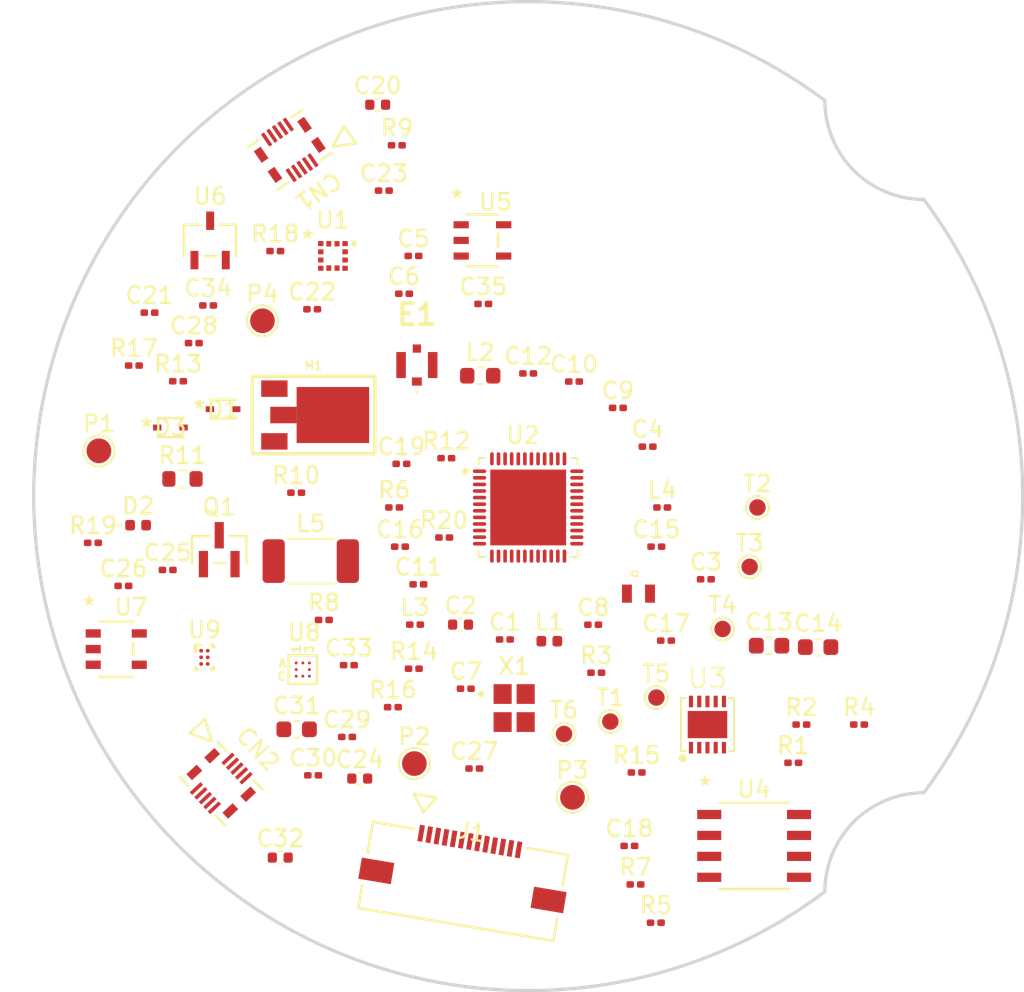
<source format=kicad_pcb>
(kicad_pcb (version 20240108) (generator "pcbnew") (generator_version "8.0")
  (layers (0 "F.Cu" signal) (31 "B.Cu" signal) (34 "B.Paste" user) (35 "F.Paste" user) (36 "B.SilkS" user "B.Silkscreen") (37 "F.SilkS" user "F.Silkscreen") (38 "B.Mask" user) (39 "F.Mask" user) (44 "Edge.Cuts" user))
  (net 0 "")
  (net 1 "Net-(U2-DEC4)")
  (net 2 "GND")
  (net 3 "3V3")
  (net 4 "Net-(U2-XC2)")
  (net 5 "Net-(U1-IO_VDD)")
  (net 6 "Net-(U2-P0.00{slash}XL1)")
  (net 7 "Net-(U2-XC1)")
  (net 8 "Net-(U2-DEC1)")
  (net 9 "Net-(U2-P0.01{slash}XL2)")
  (net 10 "Net-(U2-DEC3)")
  (net 11 "Net-(U2-DEC2)")
  (net 12 "Net-(U3-VREG)")
  (net 13 "Net-(C15-Pad1)")
  (net 14 "Net-(C15-Pad2)")
  (net 15 "Net-(U2-ANT)")
  (net 16 "VBAT")
  (net 17 "Net-(U5-CE)")
  (net 18 "Net-(D1-CATHODE)")
  (net 19 "Net-(D3-CATHODE)")
  (net 20 "Net-(D3-ANODE)")
  (net 21 "Net-(J1-VPP)")
  (net 22 "Net-(J1-VCOMH)")
  (net 23 "POWER_UP")
  (net 24 "BAT_P")
  (net 25 "RX2")
  (net 26 "RX3")
  (net 27 "TX0")
  (net 28 "RX1")
  (net 34 "SCL")
  (net 35 "HR_EN2")
  (net 36 "HR_INT")
  (net 37 "SDA")
  (net 38 "VUSB")
  (net 40 "Net-(J1-IREF)")
  (net 41 "SPI_CLK")
  (net 43 "OLED_CS")
  (net 44 "OLED_RES")
  (net 45 "OLED_A0")
  (net 46 "MOSI")
  (net 47 "Net-(L1-Pad2)")
  (net 48 "Net-(U2-DCC)")
  (net 49 "Net-(U9-SW)")
  (net 50 "Net-(Q1-B)")
  (net 51 "Net-(U3-CRX1)")
  (net 52 "Net-(U3-CRX3)")
  (net 53 "Net-(U3-CRX2)")
  (net 54 "RDY")
  (net 55 "Net-(U4-~HOLD~)")
  (net 56 "CLK")
  (net 57 "Net-(U4-~WP~)")
  (net 58 "C_STATUS")
  (net 59 "Net-(U7-ISEN)")
  (net 60 "MOTOR_DRV")
  (net 61 "Net-(U9-FB)")
  (net 62 "RX")
  (net 63 "TX")
  (net 64 "DIO")
  (net 65 "AC_CLK")
  (net 66 "AC_INT1")
  (net 68 "AC_MISO")
  (net 69 "AC_MOSI")
  (net 70 "AC_CS#")
  (net 74 "OLED_EN1")
  (net 78 "FLASH_CS")
  (net 80 "MISO")
  (net 81 "INT")
  (footprint "OD07_PLUS_-easyedapro:R_0201_0603Metric" (layer "F.Cu") (at 175.07177865661995 113.86164464954064 0)
    (property "Reference" "R4" (at 0 -1.05 0) (layer "F.SilkS"))
    (property "Value" "10K")
    (pad "1" smd roundrect (at -0.32 0) (size 0.46 0.4) (layers "F.Cu" "F.Mask") (net 54 "RDY"))
    (pad "2" smd roundrect (at 0.32 0) (size 0.46 0.4) (layers "F.Cu" "F.Mask") (net 3 "3V3"))
  )
  (footprint "OD07_PLUS_-easyedapro:C_0201_0603Metric" (layer "F.Cu") (at 147.30888149847135 98.04239104260529 0)
    (property "Reference" "C19" (at 0 -1.05 0) (layer "F.SilkS"))
    (property "Value" "0.1uF")
    (pad "1" smd roundrect (at -0.32 0) (size 0.46 0.4) (layers "F.Cu" "F.Mask") (net 2 "GND"))
    (pad "2" smd roundrect (at 0.32 0) (size 0.46 0.4) (layers "F.Cu" "F.Mask") (net 3 "3V3"))
  )
  (footprint "OD07_PLUS_-easyedapro:C_0201_0603Metric" (layer "F.Cu") (at 163.36268826537267 108.76758288746723 0)
    (property "Reference" "C17" (at 0 -1.05 0) (layer "F.SilkS"))
    (property "Value" "NC")
    (pad "1" smd roundrect (at -0.32 0) (size 0.46 0.4) (layers "F.Cu" "F.Mask") (net 14 "Net-(C15-Pad2)"))
    (pad "2" smd roundrect (at 0.32 0) (size 0.46 0.4) (layers "F.Cu" "F.Mask") (net 2 "GND"))
  )
  (footprint "OD07_PLUS_-easyedapro:TestPoint_Pad_D1.0mm" (layer "F.Cu") (at 168.90952483842028 100.69000540000002 0)
    (property "Reference" "T2" (at 0 -1.448 0) (layer "F.SilkS"))
    (property "Value" "TX")
    (pad "1" smd circle (at 0 0) (size 1 1) (layers "F.Cu" "F.Mask") (net 63 "TX"))
  )
  (footprint "OD07_PLUS_-easyedapro:C_0201_0603Metric" (layer "F.Cu") (at 151.72673259024933 116.52994311101895 0)
    (property "Reference" "C27" (at 0 -1.05 0) (layer "F.SilkS"))
    (property "Value" "0.1uF")
    (pad "1" smd roundrect (at -0.32 0) (size 0.46 0.4) (layers "F.Cu" "F.Mask") (net 2 "GND"))
    (pad "2" smd roundrect (at 0.32 0) (size 0.46 0.4) (layers "F.Cu" "F.Mask") (net 3 "3V3"))
  )
  (footprint "OD07_PLUS_-easyedapro:R_0201_0603Metric" (layer "F.Cu") (at 142.6014736573985 107.51330594321749 0)
    (property "Reference" "R8" (at 0 -1.05 0) (layer "F.SilkS"))
    (property "Value" "10K")
    (pad "1" smd roundrect (at -0.32 0) (size 0.46 0.4) (layers "F.Cu" "F.Mask") (net 3 "3V3"))
    (pad "2" smd roundrect (at 0.32 0) (size 0.46 0.4) (layers "F.Cu" "F.Mask") (net 58 "C_STATUS"))
  )
  (footprint "OD07_PLUS_-easyedapro:CON_559099872" (layer "F.Cu") (at 140.53367650183648 78.9929930176636 -145.44703649271923)
    (property "Reference" "CN1" (at 0 -3.05 -145.44703649271923) (layer "F.SilkS"))
    (property "Value" "")
    (fp_text user "" (at 0 -7.619999 0) (layer "F.SilkS"))
    (pad "1" smd rect (at -0.800001 -1.314999 -145.44703649271923) (size 0.22 0.9) (layers "F.Cu" "F.Paste" "F.Mask") (net 28 "RX1"))
    (pad "2" smd rect (at -0.399999 -1.314999 -145.44703649271923) (size 0.22 0.9) (layers "F.Cu" "F.Paste" "F.Mask") (net 25 "RX2"))
    (pad "3" smd rect (at 0 -1.314999 -145.44703649271923) (size 0.22 0.9) (layers "F.Cu" "F.Paste" "F.Mask") (net 26 "RX3"))
    (pad "4" smd rect (at 0.399999 -1.314999 -145.44703649271923) (size 0.22 0.9) (layers "F.Cu" "F.Paste" "F.Mask") (net 27 "TX0"))
    (pad "5" smd rect (at 0.800001 -1.314999 -145.44703649271923) (size 0.22 0.9) (layers "F.Cu" "F.Paste" "F.Mask"))
    (pad "6" smd rect (at -0.800001 1.314999 -145.44703649271923) (size 0.22 0.9) (layers "F.Cu" "F.Paste" "F.Mask"))
    (pad "7" smd rect (at -0.399999 1.314999 -145.44703649271923) (size 0.22 0.9) (layers "F.Cu" "F.Paste" "F.Mask"))
    (pad "8" smd rect (at 0 1.314999 -145.44703649271923) (size 0.22 0.9) (layers "F.Cu" "F.Paste" "F.Mask"))
    (pad "9" smd rect (at 0.399999 1.314999 -145.44703649271923) (size 0.22 0.9) (layers "F.Cu" "F.Paste" "F.Mask") (net 2 "GND"))
    (pad "10" smd rect (at 0.800001 1.314999 -145.44703649271923) (size 0.22 0.9) (layers "F.Cu" "F.Paste" "F.Mask") (net 2 "GND"))
    (pad "P1" smd rect (at -1.6 0.74 -145.44703649271923) (size 0.5 0.85) (layers "F.Cu" "F.Paste" "F.Mask"))
    (pad "P2" smd rect (at 1.599997 0.74 -145.44703649271923) (size 0.5 0.85) (layers "F.Cu" "F.Paste" "F.Mask"))
    (pad "P3" smd rect (at -1.6 -0.74 -145.44703649271923) (size 0.5 0.85) (layers "F.Cu" "F.Paste" "F.Mask"))
    (pad "P4" smd rect (at 1.599997 -0.74 -145.44703649271923) (size 0.5 0.85) (layers "F.Cu" "F.Paste" "F.Mask"))
  )
  (footprint "OD07_PLUS_-easyedapro:D_0402_1005Metric" (layer "F.Cu") (at 131.33256833695154 101.76345987725674 0)
    (property "Reference" "D2" (at 0 -1.17 0) (layer "F.SilkS"))
    (property "Value" "BTR04F15")
    (pad "1" smd roundrect (at -0.485 0) (size 0.59 0.64) (layers "F.Cu" "F.Paste" "F.Mask") (net 2 "GND"))
    (pad "2" smd roundrect (at 0.485 0) (size 0.59 0.64) (layers "F.Cu" "F.Paste" "F.Mask") (net 38 "VUSB"))
  )
  (footprint "OD07_PLUS_-easyedapro:C_0201_0603Metric" (layer "F.Cu") (at 165.77952584299774 105.04597937845186 0)
    (property "Reference" "C3" (at 0 -1.05 0) (layer "F.SilkS"))
    (property "Value" "0.1uF")
    (pad "1" smd roundrect (at -0.32 0) (size 0.46 0.4) (layers "F.Cu" "F.Mask") (net 2 "GND"))
    (pad "2" smd roundrect (at 0.32 0) (size 0.46 0.4) (layers "F.Cu" "F.Mask") (net 3 "3V3"))
  )
  (footprint "OD07_PLUS_-easyedapro:L_0201_0603Metric" (layer "F.Cu") (at 148.1347418203847 107.79723318784983 0)
    (property "Reference" "L3" (at 0 -1.05 0) (layer "F.SilkS"))
    (property "Value" "3.9nH")
    (pad "1" smd roundrect (at -0.32 0) (size 0.46 0.4) (layers "F.Cu" "F.Mask") (net 15 "Net-(U2-ANT)"))
    (pad "2" smd roundrect (at 0.32 0) (size 0.46 0.4) (layers "F.Cu" "F.Mask") (net 13 "Net-(C15-Pad1)"))
  )
  (footprint "OD07_PLUS_-easyedapro:C_0603_1608Metric" (layer "F.Cu") (at 140.95156248709122 114.14957867290354 0)
    (property "Reference" "C31" (at 0 -1.43 0) (layer "F.SilkS"))
    (property "Value" "2.2uF")
    (pad "1" smd roundrect (at -0.775 0) (size 0.9 0.95) (layers "F.Cu" "F.Paste" "F.Mask") (net 21 "Net-(J1-VPP)"))
    (pad "2" smd roundrect (at 0.775 0) (size 0.9 0.95) (layers "F.Cu" "F.Paste" "F.Mask") (net 2 "GND"))
  )
  (footprint "OD07_PLUS_-easyedapro:C_0201_0603Metric" (layer "F.Cu") (at 141.94936785646217 116.9402146061328 0)
    (property "Reference" "C30" (at 0 -1.05 0) (layer "F.SilkS"))
    (property "Value" "0.1uF")
    (pad "1" smd roundrect (at -0.32 0) (size 0.46 0.4) (layers "F.Cu" "F.Mask") (net 2 "GND"))
    (pad "2" smd roundrect (at 0.32 0) (size 0.46 0.4) (layers "F.Cu" "F.Mask") (net 21 "Net-(J1-VPP)"))
  )
  (footprint "OD07_PLUS_-easyedapro:CON_5051101392_MOL" (layer "F.Cu") (at 151.05254787230515 123.37483238650383 -9.585466571909308)
    (property "Reference" "J1" (at 0 -3.05 -9.585466571909308) (layer "F.SilkS"))
    (property "Value" "")
    (fp_text user "" (at 0 -8.89 0) (layer "F.SilkS"))
    (pad "1" smd rect (at -2.999999 -2.45 -9.585466571909308) (size 0.3 1) (layers "F.Cu" "F.Paste" "F.Mask"))
    (pad "2" smd rect (at -2.5 -2.45 -9.585466571909308) (size 0.3 1) (layers "F.Cu" "F.Paste" "F.Mask") (net 21 "Net-(J1-VPP)"))
    (pad "3" smd rect (at -1.999999 -2.45 -9.585466571909308) (size 0.3 1) (layers "F.Cu" "F.Paste" "F.Mask") (net 22 "Net-(J1-VCOMH)"))
    (pad "4" smd rect (at -1.5 -2.45 -9.585466571909308) (size 0.3 1) (layers "F.Cu" "F.Paste" "F.Mask") (net 3 "3V3"))
    (pad "5" smd rect (at -0.999998 -2.45 -9.585466571909308) (size 0.3 1) (layers "F.Cu" "F.Paste" "F.Mask") (net 2 "GND"))
    (pad "6" smd rect (at -0.499999 -2.45 -9.585466571909308) (size 0.3 1) (layers "F.Cu" "F.Paste" "F.Mask") (net 40 "Net-(J1-IREF)"))
    (pad "7" smd rect (at 0 -2.45 -9.585466571909308) (size 0.3 1) (layers "F.Cu" "F.Paste" "F.Mask") (net 43 "OLED_CS"))
    (pad "8" smd rect (at 0.500002 -2.45 -9.585466571909308) (size 0.3 1) (layers "F.Cu" "F.Paste" "F.Mask") (net 44 "OLED_RES"))
    (pad "9" smd rect (at 1.000001 -2.45 -9.585466571909308) (size 0.3 1) (layers "F.Cu" "F.Paste" "F.Mask") (net 45 "OLED_A0"))
    (pad "10" smd rect (at 1.500002 -2.45 -9.585466571909308) (size 0.3 1) (layers "F.Cu" "F.Paste" "F.Mask") (net 41 "SPI_CLK"))
    (pad "11" smd rect (at 2.000001 -2.45 -9.585466571909308) (size 0.3 1) (layers "F.Cu" "F.Paste" "F.Mask") (net 46 "MOSI"))
    (pad "12" smd rect (at 2.5 -2.45 -9.585466571909308) (size 0.3 1) (layers "F.Cu" "F.Paste" "F.Mask") (net 2 "GND"))
    (pad "13" smd rect (at 3.000002 -2.45 -9.585466571909308) (size 0.3 1) (layers "F.Cu" "F.Paste" "F.Mask"))
    (pad "P1" smd rect (at -5.299994 0.249999 -9.585466571909308) (size 2 1.3) (layers "F.Cu" "F.Paste" "F.Mask"))
    (pad "P2" smd rect (at 5.299994 0.249999 -9.585466571909308) (size 2 1.3) (layers "F.Cu" "F.Paste" "F.Mask"))
  )
  (footprint "OD07_PLUS_-easyedapro:C_0201_0603Metric" (layer "F.Cu") (at 160.43967545906673 94.64653682784083 0)
    (property "Reference" "C9" (at 0 -1.05 0) (layer "F.SilkS"))
    (property "Value" "0.1uF")
    (pad "1" smd roundrect (at -0.32 0) (size 0.46 0.4) (layers "F.Cu" "F.Mask") (net 8 "Net-(U2-DEC1)"))
    (pad "2" smd roundrect (at 0.32 0) (size 0.46 0.4) (layers "F.Cu" "F.Mask") (net 2 "GND"))
  )
  (footprint "OD07_PLUS_-easyedapro:L_0402_1005Metric" (layer "F.Cu") (at 156.2828796607441 108.80170970001481 0)
    (property "Reference" "L1" (at 0 -1.17 0) (layer "F.SilkS"))
    (property "Value" "15nH")
    (pad "1" smd roundrect (at -0.485 0) (size 0.59 0.64) (layers "F.Cu" "F.Paste" "F.Mask") (net 1 "Net-(U2-DEC4)"))
    (pad "2" smd roundrect (at 0.485 0) (size 0.59 0.64) (layers "F.Cu" "F.Paste" "F.Mask") (net 47 "Net-(L1-Pad2)"))
  )
  (footprint "OD07_PLUS_-easyedapro:C_0201_0603Metric" (layer "F.Cu") (at 158.9407239107671 107.80266572067478 0)
    (property "Reference" "C8" (at 0 -1.05 0) (layer "F.SilkS"))
    (property "Value" "12pF")
    (pad "1" smd roundrect (at -0.32 0) (size 0.46 0.4) (layers "F.Cu" "F.Mask") (net 7 "Net-(U2-XC1)"))
    (pad "2" smd roundrect (at 0.32 0) (size 0.46 0.4) (layers "F.Cu" "F.Mask") (net 2 "GND"))
  )
  (footprint "OD07_PLUS_-easyedapro:SOT-23_MCC" (layer "F.Cu") (at 136.25406515353453 103.25034169768116 0)
    (property "Reference" "Q1" (at -0.01 -2.59 0) (layer "F.SilkS"))
    (property "Value" "MMBT3904")
    (pad "1" smd rect (at -0.95885 0.8763) (size 0.5588 1.6002) (layers "F.Cu" "F.Paste" "F.Mask") (net 50 "Net-(Q1-B)"))
    (pad "2" smd rect (at 0.95885 0.8763) (size 0.5588 1.6002) (layers "F.Cu" "F.Paste" "F.Mask") (net 2 "GND"))
    (pad "3" smd rect (at 0 -0.8763) (size 0.5588 1.6002) (layers "F.Cu" "F.Paste" "F.Mask") (net 20 "Net-(D3-ANODE)"))
  )
  (footprint "OD07_PLUS_-easyedapro:TestPoint_Pad_D1.5mm" (layer "F.Cu") (at 157.68652603079508 118.27715315767526 0)
    (property "Reference" "P3" (at 0 -1.648 0) (layer "F.SilkS"))
    (property "Value" "GND")
    (pad "1" smd circle (at 0 0) (size 1.5 1.5) (layers "F.Cu" "F.Mask") (net 2 "GND"))
  )
  (footprint "OD07_PLUS_-easyedapro:C_0201_0603Metric" (layer "F.Cu") (at 154.9981119151079 92.55771628895538 0)
    (property "Reference" "C12" (at 0 -1.05 0) (layer "F.SilkS"))
    (property "Value" "NC")
    (pad "1" smd roundrect (at -0.32 0) (size 0.46 0.4) (layers "F.Cu" "F.Mask") (net 11 "Net-(U2-DEC2)"))
    (pad "2" smd roundrect (at 0.32 0) (size 0.46 0.4) (layers "F.Cu" "F.Mask") (net 2 "GND"))
  )
  (footprint "OD07_PLUS_-easyedapro:R_0201_0603Metric" (layer "F.Cu") (at 162.74315619154805 125.88375924615173 0)
    (property "Reference" "R5" (at 0 -1.05 0) (layer "F.SilkS"))
    (property "Value" "10K")
    (pad "1" smd roundrect (at -0.32 0) (size 0.46 0.4) (layers "F.Cu" "F.Mask") (net 3 "3V3"))
    (pad "2" smd roundrect (at 0.32 0) (size 0.46 0.4) (layers "F.Cu" "F.Mask") (net 55 "Net-(U4-~HOLD~)"))
  )
  (footprint "OD07_PLUS_-easyedapro:TestPoint_Pad_D1.0mm" (layer "F.Cu") (at 168.43550493790684 104.29054400883854 0)
    (property "Reference" "T3" (at 0 -1.448 0) (layer "F.SilkS"))
    (property "Value" "SWDIO")
    (pad "1" smd circle (at 0 0) (size 1 1) (layers "F.Cu" "F.Mask") (net 64 "DIO"))
  )
  (footprint "OD07_PLUS_-easyedapro:TestPoint_Pad_D1.5mm" (layer "F.Cu") (at 138.87622159080613 89.36190373643282 0)
    (property "Reference" "P4" (at 0 -1.648 0) (layer "F.SilkS"))
    (property "Value" "B-")
    (pad "1" smd circle (at 0 0) (size 1.5 1.5) (layers "F.Cu" "F.Mask") (net 2 "GND"))
  )
  (footprint "OD07_PLUS_-easyedapro:WL-CSPBGA8_1p2x1p2x0p5_AKM" (layer "F.Cu") (at 141.325 110.5245 0.0)
    (property "Reference" "U8" (at 0.09 -2.25 0) (layer "F.SilkS"))
    (property "Value" "AK09911C")
    (fp_text user "C" (at -1.28 0.41 0) (layer "F.SilkS") (effects (font (size 0.5 0.5))))
    (fp_text user "1" (at -0.4 -1.2446 90) (layer "F.SilkS") (effects (font (size 0.5 0.5))))
    (fp_text user "A" (at -1.2446 -0.4 0) (layer "F.SilkS") (effects (font (size 0.5 0.5))))
    (fp_text user "3" (at 0.4 -1.2446 90) (layer "F.SilkS") (effects (font (size 0.5 0.5))))
    (pad "A1" smd circle (at -0.4 -0.4) (size 0.1778 0.1778) (layers "F.Cu" "F.Paste" "F.Mask") (net 3 "3V3"))
    (pad "A2" smd circle (at 0 -0.4) (size 0.1778 0.1778) (layers "F.Cu" "F.Paste" "F.Mask"))
    (pad "A3" smd circle (at 0.4 -0.4) (size 0.1778 0.1778) (layers "F.Cu" "F.Paste" "F.Mask") (net 81 "INT"))
    (pad "B1" smd circle (at -0.4 0) (size 0.1778 0.1778) (layers "F.Cu" "F.Paste" "F.Mask") (net 2 "GND"))
    (pad "B3" smd circle (at 0.4 0) (size 0.1778 0.1778) (layers "F.Cu" "F.Paste" "F.Mask") (net 34 "SCL"))
    (pad "C1" smd circle (at -0.4 0.4) (size 0.1778 0.1778) (layers "F.Cu" "F.Paste" "F.Mask") (net 3 "3V3"))
    (pad "C2" smd circle (at 0 0.4) (size 0.1778 0.1778) (layers "F.Cu" "F.Paste" "F.Mask"))
    (pad "C3" smd circle (at 0.4 0.4) (size 0.1778 0.1778) (layers "F.Cu" "F.Paste" "F.Mask") (net 37 "SDA"))
  )
  (footprint "OD07_PLUS_-easyedapro:R_0201_0603Metric" (layer "F.Cu") (at 147.02943180390102 78.71488331340936 0)
    (property "Reference" "R9" (at 0 -1.05 0) (layer "F.SilkS"))
    (property "Value" "NC")
    (pad "1" smd roundrect (at -0.32 0) (size 0.46 0.4) (layers "F.Cu" "F.Mask") (net 17 "Net-(U5-CE)"))
    (pad "2" smd roundrect (at 0.32 0) (size 0.46 0.4) (layers "F.Cu" "F.Mask") (net 16 "VBAT"))
  )
  (footprint "OD07_PLUS_-easyedapro:R_0201_0603Metric" (layer "F.Cu") (at 171.57593827124765 113.86164464954064 0)
    (property "Reference" "R2" (at 0 -1.05 0) (layer "F.SilkS"))
    (property "Value" "330R")
    (pad "1" smd roundrect (at -0.32 0) (size 0.46 0.4) (layers "F.Cu" "F.Mask") (net 52 "Net-(U3-CRX3)"))
    (pad "2" smd roundrect (at 0.32 0) (size 0.46 0.4) (layers "F.Cu" "F.Mask") (net 26 "RX3"))
  )
  (footprint "OD07_PLUS_-easyedapro:C_0201_0603Metric" (layer "F.Cu") (at 162.7750586688665 103.06765663069429 0)
    (property "Reference" "C15" (at 0 -1.05 0) (layer "F.SilkS"))
    (property "Value" "12pF")
    (pad "1" smd roundrect (at -0.32 0) (size 0.46 0.4) (layers "F.Cu" "F.Mask") (net 13 "Net-(C15-Pad1)"))
    (pad "2" smd roundrect (at 0.32 0) (size 0.46 0.4) (layers "F.Cu" "F.Mask") (net 14 "Net-(C15-Pad2)"))
  )
  (footprint "OD07_PLUS_-easyedapro:CR_350TA_DIO" (layer "F.Cu") (at 136.48829733559953 94.72526942692518 0)
    (property "Reference" "D1" (at 0 0 0) (layer "F.SilkS"))
    (property "Value" "ZHCS350TA")
    (fp_text user "*" (at -1.4351 0 0) (layer "F.SilkS"))
    (fp_text user "*" (at -1.4351 0 0) (layer "F.SilkS"))
    (pad "1" smd rect (at -0.8001 0) (size 0.508 0.3556) (layers "F.Cu" "F.Paste" "F.Mask") (net 38 "VUSB"))
    (pad "2" smd rect (at 0.8001 0) (size 0.508 0.3556) (layers "F.Cu" "F.Paste" "F.Mask") (net 18 "Net-(D1-CATHODE)"))
  )
  (footprint "OD07_PLUS_-easyedapro:C_0402_1005Metric" (layer "F.Cu") (at 150.89514139433155 107.79655880394239 0)
    (property "Reference" "C2" (at 0 -1.16 0) (layer "F.SilkS"))
    (property "Value" "4.7uF")
    (pad "1" smd roundrect (at -0.48 0) (size 0.56 0.62) (layers "F.Cu" "F.Paste" "F.Mask") (net 2 "GND"))
    (pad "2" smd roundrect (at 0.48 0) (size 0.56 0.62) (layers "F.Cu" "F.Paste" "F.Mask") (net 3 "3V3"))
  )
  (footprint "OD07_PLUS_-easyedapro:IQS263B" (layer "F.Cu") (at 165.8768490580398 113.86164464954064 0.0)
    (property "Reference" "U3" (at 0 -2.81 0) (layer "F.SilkS") (effects (font (size 1.2 1.2) (thickness 0.12))))
    (property "Value" "IQS263")
    (pad "1" smd rect (at -1 1.4 90) (size 0.7 0.25) (layers "F.Cu" "F.Paste" "F.Mask") (net 2 "GND"))
    (pad "2" smd rect (at -0.5 1.4 90) (size 0.7 0.25) (layers "F.Cu" "F.Paste" "F.Mask") (net 51 "Net-(U3-CRX1)"))
    (pad "3" smd rect (at 0 1.4 90) (size 0.7 0.25) (layers "F.Cu" "F.Paste" "F.Mask") (net 53 "Net-(U3-CRX2)"))
    (pad "4" smd rect (at 0.5 1.4 90) (size 0.7 0.25) (layers "F.Cu" "F.Paste" "F.Mask") (net 3 "3V3"))
    (pad "5" smd rect (at 1 1.4 90) (size 0.7 0.25) (layers "F.Cu" "F.Paste" "F.Mask") (net 12 "Net-(U3-VREG)"))
    (pad "6" smd rect (at 1 -1.4 90) (size 0.7 0.25) (layers "F.Cu" "F.Paste" "F.Mask") (net 54 "RDY"))
    (pad "7" smd rect (at 0.5 -1.4 90) (size 0.7 0.25) (layers "F.Cu" "F.Paste" "F.Mask") (net 37 "SDA"))
    (pad "8" smd rect (at 0 -1.4 90) (size 0.7 0.25) (layers "F.Cu" "F.Paste" "F.Mask") (net 34 "SCL"))
    (pad "9" smd rect (at -0.5 -1.4 90) (size 0.7 0.25) (layers "F.Cu" "F.Paste" "F.Mask") (net 52 "Net-(U3-CRX3)"))
    (pad "10" smd rect (at -1 -1.4 90) (size 0.7 0.25) (layers "F.Cu" "F.Paste" "F.Mask") (net 27 "TX0"))
    (pad "11" smd rect (at 0 0) (size 2.4 1.65) (layers "F.Cu" "F.Paste" "F.Mask") (net 2 "GND"))
  )
  (footprint "OD07_PLUS_-easyedapro:TestPoint_Pad_D1.0mm" (layer "F.Cu") (at 157.1743363537202 114.43014574555994 0)
    (property "Reference" "T6" (at 0 -1.448 0) (layer "F.SilkS"))
    (property "Value" "GND")
    (pad "1" smd circle (at 0 0) (size 1 1) (layers "F.Cu" "F.Mask") (net 2 "GND"))
  )
  (footprint "OD07_PLUS_-easyedapro:CR_350TA_DIO" (layer "F.Cu") (at 133.2911256673702 95.83974055958895 0)
    (property "Reference" "D3" (at 0 0 0) (layer "F.SilkS"))
    (property "Value" "ZHCS350TA")
    (fp_text user "*" (at -1.4351 0 0) (layer "F.SilkS"))
    (fp_text user "*" (at -1.4351 0 0) (layer "F.SilkS"))
    (pad "1" smd rect (at -0.8001 0) (size 0.508 0.3556) (layers "F.Cu" "F.Paste" "F.Mask") (net 20 "Net-(D3-ANODE)"))
    (pad "2" smd rect (at 0.8001 0) (size 0.508 0.3556) (layers "F.Cu" "F.Paste" "F.Mask") (net 19 "Net-(D3-CATHODE)"))
  )
  (footprint "OD07_PLUS_-easyedapro:C_0201_0603Metric" (layer "F.Cu") (at 148.33653066504684 105.35449480768945 0)
    (property "Reference" "C11" (at 0 -1.05 0) (layer "F.SilkS"))
    (property "Value" "100pF")
    (pad "1" smd roundrect (at -0.32 0) (size 0.46 0.4) (layers "F.Cu" "F.Mask") (net 10 "Net-(U2-DEC3)"))
    (pad "2" smd roundrect (at 0.32 0) (size 0.46 0.4) (layers "F.Cu" "F.Mask") (net 2 "GND"))
  )
  (footprint "OD07_PLUS_-easyedapro:CON_559099872" (layer "F.Cu") (at 136.37557336709784 117.42698943262269 -46.902380273112186)
    (property "Reference" "CN2" (at 0 -3.05 -46.902380273112186) (layer "F.SilkS"))
    (property "Value" "")
    (fp_text user "" (at 0 -7.619999 0) (layer "F.SilkS"))
    (pad "1" smd rect (at -0.800001 -1.314999 -46.902380273112186) (size 0.22 0.9) (layers "F.Cu" "F.Paste" "F.Mask") (net 37 "SDA"))
    (pad "2" smd rect (at -0.399999 -1.314999 -46.902380273112186) (size 0.22 0.9) (layers "F.Cu" "F.Paste" "F.Mask") (net 34 "SCL"))
    (pad "3" smd rect (at 0 -1.314999 -46.902380273112186) (size 0.22 0.9) (layers "F.Cu" "F.Paste" "F.Mask") (net 36 "HR_INT"))
    (pad "4" smd rect (at 0.399999 -1.314999 -46.902380273112186) (size 0.22 0.9) (layers "F.Cu" "F.Paste" "F.Mask") (net 35 "HR_EN2"))
    (pad "5" smd rect (at 0.800001 -1.314999 -46.902380273112186) (size 0.22 0.9) (layers "F.Cu" "F.Paste" "F.Mask") (net 3 "3V3"))
    (pad "6" smd rect (at -0.800001 1.314999 -46.902380273112186) (size 0.22 0.9) (layers "F.Cu" "F.Paste" "F.Mask") (net 16 "VBAT"))
    (pad "7" smd rect (at -0.399999 1.314999 -46.902380273112186) (size 0.22 0.9) (layers "F.Cu" "F.Paste" "F.Mask") (net 16 "VBAT"))
    (pad "8" smd rect (at 0 1.314999 -46.902380273112186) (size 0.22 0.9) (layers "F.Cu" "F.Paste" "F.Mask"))
    (pad "9" smd rect (at 0.399999 1.314999 -46.902380273112186) (size 0.22 0.9) (layers "F.Cu" "F.Paste" "F.Mask") (net 2 "GND"))
    (pad "10" smd rect (at 0.800001 1.314999 -46.902380273112186) (size 0.22 0.9) (layers "F.Cu" "F.Paste" "F.Mask") (net 2 "GND"))
    (pad "P1" smd rect (at -1.6 0.74 -46.902380273112186) (size 0.5 0.85) (layers "F.Cu" "F.Paste" "F.Mask"))
    (pad "P2" smd rect (at 1.599997 0.74 -46.902380273112186) (size 0.5 0.85) (layers "F.Cu" "F.Paste" "F.Mask"))
    (pad "P3" smd rect (at -1.6 -0.74 -46.902380273112186) (size 0.5 0.85) (layers "F.Cu" "F.Paste" "F.Mask"))
    (pad "P4" smd rect (at 1.599997 -0.74 -46.902380273112186) (size 0.5 0.85) (layers "F.Cu" "F.Paste" "F.Mask"))
  )
  (footprint "OD07_PLUS_-easyedapro:C_0603_1608Metric" (layer "F.Cu") (at 172.58913393842158 109.16165217768585 0)
    (property "Reference" "C14" (at 0 -1.43 0) (layer "F.SilkS"))
    (property "Value" "2.2uF")
    (pad "1" smd roundrect (at -0.775 0) (size 0.9 0.95) (layers "F.Cu" "F.Paste" "F.Mask") (net 12 "Net-(U3-VREG)"))
    (pad "2" smd roundrect (at 0.775 0) (size 0.9 0.95) (layers "F.Cu" "F.Paste" "F.Mask") (net 2 "GND"))
  )
  (footprint "OD07_PLUS_-easyedapro:R_0201_0603Metric" (layer "F.Cu") (at 159.12756644334283 110.71440247925518 0)
    (property "Reference" "R3" (at 0 -1.05 0) (layer "F.SilkS"))
    (property "Value" "330R")
    (pad "1" smd roundrect (at -0.32 0) (size 0.46 0.4) (layers "F.Cu" "F.Mask") (net 25 "RX2"))
    (pad "2" smd roundrect (at 0.32 0) (size 0.46 0.4) (layers "F.Cu" "F.Mask") (net 53 "Net-(U3-CRX2)"))
  )
  (footprint "OD07_PLUS_-easyedapro:C_0402_1005Metric" (layer "F.Cu") (at 145.86807999749269 76.25410878104 0)
    (property "Reference" "C20" (at 0 -1.16 0) (layer "F.SilkS"))
    (property "Value" "4.7uF")
    (pad "1" smd roundrect (at -0.48 0) (size 0.56 0.62) (layers "F.Cu" "F.Paste" "F.Mask") (net 3 "3V3"))
    (pad "2" smd roundrect (at 0.48 0) (size 0.56 0.62) (layers "F.Cu" "F.Paste" "F.Mask") (net 2 "GND"))
  )
  (footprint "OD07_PLUS_-easyedapro:R_0201_0603Metric" (layer "F.Cu") (at 161.5798008016032 116.76890241314464 0)
    (property "Reference" "R15" (at 0 -1.05 0) (layer "F.SilkS"))
    (property "Value" "155K 1%")
    (pad "1" smd roundrect (at -0.32 0) (size 0.46 0.4) (layers "F.Cu" "F.Mask") (net 61 "Net-(U9-FB)"))
    (pad "2" smd roundrect (at 0.32 0) (size 0.46 0.4) (layers "F.Cu" "F.Mask") (net 2 "GND"))
  )
  (footprint "OD07_PLUS_-easyedapro:TestPoint_Pad_D1.5mm" (layer "F.Cu") (at 128.9540502692816 97.25270152663504 0)
    (property "Reference" "P1" (at 0 -1.648 0) (layer "F.SilkS"))
    (property "Value" "VUSB")
    (pad "1" smd circle (at 0 0) (size 1.5 1.5) (layers "F.Cu" "F.Mask") (net 38 "VUSB"))
  )
  (footprint "OD07_PLUS_-easyedapro:R_0201_0603Metric" (layer "F.Cu") (at 148.05873840870217 110.47124590142704 0)
    (property "Reference" "R14" (at 0 -1.05 0) (layer "F.SilkS"))
    (property "Value" "810K 1%")
    (pad "1" smd roundrect (at -0.32 0) (size 0.46 0.4) (layers "F.Cu" "F.Mask") (net 61 "Net-(U9-FB)"))
    (pad "2" smd roundrect (at 0.32 0) (size 0.46 0.4) (layers "F.Cu" "F.Mask") (net 21 "Net-(J1-VPP)"))
  )
  (footprint "OD07_PLUS_-easyedapro:C_0201_0603Metric" (layer "F.Cu") (at 157.77951860243314 93.04815333225369 0)
    (property "Reference" "C10" (at 0 -1.05 0) (layer "F.SilkS"))
    (property "Value" "20PF")
    (pad "1" smd roundrect (at -0.32 0) (size 0.46 0.4) (layers "F.Cu" "F.Mask") (net 2 "GND"))
    (pad "2" smd roundrect (at 0.32 0) (size 0.46 0.4) (layers "F.Cu" "F.Mask") (net 9 "Net-(U2-P0.01{slash}XL2)"))
  )
  (footprint "OD07_PLUS_-easyedapro:TestPoint_Pad_D1.0mm" (layer "F.Cu") (at 166.79565915956888 108.06193110076589 0)
    (property "Reference" "T4" (at 0 -1.448 0) (layer "F.SilkS"))
    (property "Value" "SWDCLK")
    (pad "1" smd circle (at 0 0) (size 1 1) (layers "F.Cu" "F.Mask") (net 56 "CLK"))
  )
  (footprint "OD07_PLUS_-easyedapro:R_0201_0603Metric" (layer "F.Cu") (at 128.59333068394864 102.83339749859418 0)
    (property "Reference" "R19" (at 0 -1.05 0) (layer "F.SilkS"))
    (property "Value" "1M_1%")
    (pad "1" smd roundrect (at -0.32 0) (size 0.46 0.4) (layers "F.Cu" "F.Mask") (net 16 "VBAT"))
    (pad "2" smd roundrect (at 0.32 0) (size 0.46 0.4) (layers "F.Cu" "F.Mask") (net 24 "BAT_P"))
  )
  (footprint "OD07_PLUS_-easyedapro:R_0201_0603Metric" (layer "F.Cu") (at 146.8658228040635 100.6900054000001 0)
    (property "Reference" "R6" (at 0 -1.05 0) (layer "F.SilkS"))
    (property "Value" "10K")
    (pad "1" smd roundrect (at -0.32 0) (size 0.46 0.4) (layers "F.Cu" "F.Mask") (net 56 "CLK"))
    (pad "2" smd roundrect (at 0.32 0) (size 0.46 0.4) (layers "F.Cu" "F.Mask") (net 2 "GND"))
  )
  (footprint "OD07_PLUS_-easyedapro:C_0201_0603Metric" (layer "F.Cu") (at 151.21236325517083 111.68461783833656 0)
    (property "Reference" "C7" (at 0 -1.05 0) (layer "F.SilkS"))
    (property "Value" "20PF")
    (pad "1" smd roundrect (at -0.32 0) (size 0.46 0.4) (layers "F.Cu" "F.Mask") (net 2 "GND"))
    (pad "2" smd roundrect (at 0.32 0) (size 0.46 0.4) (layers "F.Cu" "F.Mask") (net 6 "Net-(U2-P0.00{slash}XL1)"))
  )
  (footprint "OD07_PLUS_-easyedapro:R_0201_0603Metric" (layer "F.Cu") (at 146.7899438114472 112.80597217646104 0)
    (property "Reference" "R16" (at 0 -1.05 0) (layer "F.SilkS"))
    (property "Value" "560K")
    (pad "1" smd roundrect (at -0.32 0) (size 0.46 0.4) (layers "F.Cu" "F.Mask") (net 40 "Net-(J1-IREF)"))
    (pad "2" smd roundrect (at 0.32 0) (size 0.46 0.4) (layers "F.Cu" "F.Mask") (net 2 "GND"))
  )
  (footprint "OD07_PLUS_-easyedapro:R_0201_0603Metric" (layer "F.Cu") (at 139.65399769633174 85.13263016445144 0)
    (property "Reference" "R18" (at 0 -1.05 0) (layer "F.SilkS"))
    (property "Value" "1M_1%")
    (pad "1" smd roundrect (at -0.32 0) (size 0.46 0.4) (layers "F.Cu" "F.Mask") (net 23 "POWER_UP"))
    (pad "2" smd roundrect (at 0.32 0) (size 0.46 0.4) (layers "F.Cu" "F.Mask") (net 2 "GND"))
  )
  (footprint "OD07_PLUS_-easyedapro:XC61C_SOT-23_TOR" (layer "F.Cu") (at 135.7018 84.4866 0.0)
    (property "Reference" "U6" (at 0 -2.68 0) (layer "F.SilkS"))
    (property "Value" "XC61CC3302MR-G")
    (pad "1" smd rect (at -0.950001 1.1938) (size 0.4826 1.1176) (layers "F.Cu" "F.Paste" "F.Mask") (net 17 "Net-(U5-CE)"))
    (pad "2" smd rect (at 0.950001 1.1938) (size 0.4826 1.1176) (layers "F.Cu" "F.Paste" "F.Mask") (net 2 "GND"))
    (pad "3" smd rect (at 0 -1.1938) (size 0.4826 1.1176) (layers "F.Cu" "F.Paste" "F.Mask") (net 16 "VBAT"))
  )
  (footprint "OD07_PLUS_-easyedapro:C_0201_0603Metric" (layer "F.Cu") (at 144.00959421979388 114.61155231302439 0)
    (property "Reference" "C29" (at 0 -1.05 0) (layer "F.SilkS"))
    (property "Value" "1uF")
    (pad "1" smd roundrect (at -0.32 0) (size 0.46 0.4) (layers "F.Cu" "F.Mask") (net 16 "VBAT"))
    (pad "2" smd roundrect (at 0.32 0) (size 0.46 0.4) (layers "F.Cu" "F.Mask") (net 2 "GND"))
  )
  (footprint "OD07_PLUS_-easyedapro:R_0603_1608Metric" (layer "F.Cu") (at 134.0244899931135 98.95772282607759 0)
    (property "Reference" "R11" (at 0 -1.43 0) (layer "F.SilkS"))
    (property "Value" "25.5R")
    (pad "1" smd roundrect (at -0.825 0) (size 0.8 0.95) (layers "F.Cu" "F.Paste" "F.Mask") (net 16 "VBAT"))
    (pad "2" smd roundrect (at 0.825 0) (size 0.8 0.95) (layers "F.Cu" "F.Paste" "F.Mask") (net 19 "Net-(D3-CATHODE)"))
  )
  (footprint "OD07_PLUS_-easyedapro:C_0201_0603Metric" (layer "F.Cu") (at 130.43944028775576 105.4484801428772 0)
    (property "Reference" "C26" (at 0 -1.05 0) (layer "F.SilkS"))
    (property "Value" "0.1uF")
    (pad "1" smd roundrect (at -0.32 0) (size 0.46 0.4) (layers "F.Cu" "F.Mask") (net 2 "GND"))
    (pad "2" smd roundrect (at 0.32 0) (size 0.46 0.4) (layers "F.Cu" "F.Mask") (net 3 "3V3"))
  )
  (footprint "OD07_PLUS_-easyedapro:C_0201_0603Metric" (layer "F.Cu") (at 162.24403456963478 96.99802340245009 0)
    (property "Reference" "C4" (at 0 -1.05 0) (layer "F.SilkS"))
    (property "Value" "12pF")
    (pad "1" smd roundrect (at -0.32 0) (size 0.46 0.4) (layers "F.Cu" "F.Mask") (net 4 "Net-(U2-XC2)"))
    (pad "2" smd roundrect (at 0.32 0) (size 0.46 0.4) (layers "F.Cu" "F.Mask") (net 2 "GND"))
  )
  (footprint "OD07_PLUS_-easyedapro:C_0603_1608Metric" (layer "F.Cu") (at 169.6155629039113 109.07630914735265 0)
    (property "Reference" "C13" (at 0 -1.43 0) (layer "F.SilkS"))
    (property "Value" "2.2uF")
    (pad "1" smd roundrect (at -0.775 0) (size 0.9 0.95) (layers "F.Cu" "F.Paste" "F.Mask") (net 3 "3V3"))
    (pad "2" smd roundrect (at 0.775 0) (size 0.9 0.95) (layers "F.Cu" "F.Paste" "F.Mask") (net 2 "GND"))
  )
  (footprint "OD07_PLUS_-easyedapro:C_0402_1005Metric" (layer "F.Cu") (at 144.77836142913475 117.1376848741242 0)
    (property "Reference" "C24" (at 0 -1.16 0) (layer "F.SilkS"))
    (property "Value" "4.7uF")
    (pad "1" smd roundrect (at -0.48 0) (size 0.56 0.62) (layers "F.Cu" "F.Paste" "F.Mask") (net 16 "VBAT"))
    (pad "2" smd roundrect (at 0.48 0) (size 0.56 0.62) (layers "F.Cu" "F.Paste" "F.Mask") (net 2 "GND"))
  )
  (footprint "OD07_PLUS_-easyedapro:LGA12_2X2_KNX" (layer "F.Cu") (at 143.15198428797842 85.4275735870597 0.0)
    (property "Reference" "U1" (at 0 -2.18 0) (layer "F.SilkS"))
    (property "Value" "KX122_1037")
    (fp_text user "*" (at -1.5367 -1 0) (layer "F.SilkS"))
    (fp_text user "*" (at -1.5367 -1 0) (layer "F.SilkS"))
    (pad "1" smd rect (at -0.7366 -0.750001 90) (size 0.3048 0.3302) (layers "F.Cu" "F.Paste" "F.Mask") (net 68 "AC_MISO"))
    (pad "2" smd rect (at -0.7366 -0.25 90) (size 0.3048 0.3302) (layers "F.Cu" "F.Paste" "F.Mask") (net 69 "AC_MOSI"))
    (pad "3" smd rect (at -0.7366 0.25 90) (size 0.3048 0.3302) (layers "F.Cu" "F.Paste" "F.Mask") (net 5 "Net-(U1-IO_VDD)"))
    (pad "4" smd rect (at -0.7366 0.750001 90) (size 0.3048 0.3302) (layers "F.Cu" "F.Paste" "F.Mask") (net 2 "GND"))
    (pad "5" smd rect (at -0.25 0.7366) (size 0.3048 0.3302) (layers "F.Cu" "F.Paste" "F.Mask") (net 66 "AC_INT1"))
    (pad "6" smd rect (at 0.25 0.7366) (size 0.3048 0.3302) (layers "F.Cu" "F.Paste" "F.Mask"))
    (pad "7" smd rect (at 0.7366 0.750001 90) (size 0.3048 0.3302) (layers "F.Cu" "F.Paste" "F.Mask") (net 3 "3V3"))
    (pad "8" smd rect (at 0.7366 0.25 90) (size 0.3048 0.3302) (layers "F.Cu" "F.Paste" "F.Mask") (net 2 "GND"))
    (pad "9" smd rect (at 0.7366 -0.25 90) (size 0.3048 0.3302) (layers "F.Cu" "F.Paste" "F.Mask") (net 2 "GND"))
    (pad "10" smd rect (at 0.7366 -0.750001 90) (size 0.3048 0.3302) (layers "F.Cu" "F.Paste" "F.Mask") (net 70 "AC_CS#"))
    (pad "11" smd rect (at 0.25 -0.7366) (size 0.3048 0.3302) (layers "F.Cu" "F.Paste" "F.Mask"))
    (pad "12" smd rect (at -0.25 -0.7366) (size 0.3048 0.3302) (layers "F.Cu" "F.Paste" "F.Mask") (net 65 "AC_CLK"))
  )
  (footprint "OD07_PLUS_-easyedapro:C_0201_0603Metric" (layer "F.Cu") (at 152.27426125836342 88.34098292291621 0)
    (property "Reference" "C35" (at 0 -1.05 0) (layer "F.SilkS"))
    (property "Value" "0.1uF")
    (pad "1" smd roundrect (at -0.32 0) (size 0.46 0.4) (layers "F.Cu" "F.Mask") (net 24 "BAT_P"))
    (pad "2" smd roundrect (at 0.32 0) (size 0.46 0.4) (layers "F.Cu" "F.Mask") (net 2 "GND"))
  )
  (footprint "OD07_PLUS_-easyedapro:C_0201_0603Metric" (layer "F.Cu") (at 148.0385644180072 85.4275735870597 0)
    (property "Reference" "C5" (at 0 -1.05 0) (layer "F.SilkS"))
    (property "Value" "0.1uF")
    (pad "1" smd roundrect (at -0.32 0) (size 0.46 0.4) (layers "F.Cu" "F.Mask") (net 5 "Net-(U1-IO_VDD)"))
    (pad "2" smd roundrect (at 0.32 0) (size 0.46 0.4) (layers "F.Cu" "F.Mask") (net 2 "GND"))
  )
  (footprint "OD07_PLUS_-easyedapro:C_0201_0603Metric" (layer "F.Cu") (at 141.89432749056334 88.66351253316583 0)
    (property "Reference" "C22" (at 0 -1.05 0) (layer "F.SilkS"))
    (property "Value" "0.1uF")
    (pad "1" smd roundrect (at -0.32 0) (size 0.46 0.4) (layers "F.Cu" "F.Mask") (net 2 "GND"))
    (pad "2" smd roundrect (at 0.32 0) (size 0.46 0.4) (layers "F.Cu" "F.Mask") (net 16 "VBAT"))
  )
  (footprint "OD07_PLUS_-easyedapro:XTAL_ECS-.327-12.5-12-TR" (layer "F.Cu") (at 161.69048168659242 105.91865770972873 0)
    (property "Reference" "X2" (at -0.254313 -1.197695 0) (layer "F.SilkS") (effects (font (size 0.320399 0.320399))))
    (property "Value" "32.768KHz")
    (pad "1" smd rect (at -0.7 0) (size 0.6 1.1) (layers "F.Cu" "F.Paste" "F.Mask") (net 9 "Net-(U2-P0.01{slash}XL2)"))
    (pad "2" smd rect (at 0.7 0) (size 0.6 1.1) (layers "F.Cu" "F.Paste" "F.Mask") (net 6 "Net-(U2-P0.00{slash}XL1)"))
  )
  (footprint "OD07_PLUS_-easyedapro:TestPoint_Pad_D1.5mm" (layer "F.Cu") (at 148.09402790287362 116.22651305820925 0)
    (property "Reference" "P2" (at 0 -1.648 0) (layer "F.SilkS"))
    (property "Value" "B+")
    (pad "1" smd circle (at 0 0) (size 1.5 1.5) (layers "F.Cu" "F.Mask") (net 16 "VBAT"))
  )
  (footprint "OD07_PLUS_-easyedapro:TestPoint_Pad_D1.0mm" (layer "F.Cu") (at 162.7772752990755 112.22308940075357 0)
    (property "Reference" "T5" (at 0 -1.448 0) (layer "F.SilkS"))
    (property "Value" "3V3")
    (pad "1" smd circle (at 0 0) (size 1 1) (layers "F.Cu" "F.Mask") (net 3 "3V3"))
  )
  (footprint "OD07_PLUS_-easyedapro:C_0201_0603Metric" (layer "F.Cu") (at 153.5859547307146 108.69874676629354 0)
    (property "Reference" "C1" (at 0 -1.05 0) (layer "F.SilkS"))
    (property "Value" "1uF")
    (pad "1" smd roundrect (at -0.32 0) (size 0.46 0.4) (layers "F.Cu" "F.Mask") (net 2 "GND"))
    (pad "2" smd roundrect (at 0.32 0) (size 0.46 0.4) (layers "F.Cu" "F.Mask") (net 1 "Net-(U2-DEC4)"))
  )
  (footprint "OD07_PLUS_-easyedapro:R_0201_0603Metric" (layer "F.Cu") (at 149.90245890864892 102.51431488382056 0)
    (property "Reference" "R20" (at 0 -1.05 0) (layer "F.SilkS"))
    (property "Value" "196K_1%")
    (pad "1" smd roundrect (at -0.32 0) (size 0.46 0.4) (layers "F.Cu" "F.Mask") (net 24 "BAT_P"))
    (pad "2" smd roundrect (at 0.32 0) (size 0.46 0.4) (layers "F.Cu" "F.Mask") (net 2 "GND"))
  )
  (footprint "OD07_PLUS_-easyedapro:L_0603_1608Metric" (layer "F.Cu") (at 152.08893036559243 92.69709478361227 0)
    (property "Reference" "L2" (at 0 -1.43 0) (layer "F.SilkS"))
    (property "Value" "10uH")
    (pad "1" smd roundrect (at -0.7875 0) (size 0.875 0.95) (layers "F.Cu" "F.Paste" "F.Mask") (net 47 "Net-(L1-Pad2)"))
    (pad "2" smd roundrect (at 0.7875 0) (size 0.875 0.95) (layers "F.Cu" "F.Paste" "F.Mask") (net 48 "Net-(U2-DCC)"))
  )
  (footprint "OD07_PLUS_-easyedapro:C_0201_0603Metric" (layer "F.Cu") (at 147.4665784510996 87.7216839973828 0)
    (property "Reference" "C6" (at 0 -1.05 0) (layer "F.SilkS"))
    (property "Value" "0.1uF")
    (pad "1" smd roundrect (at -0.32 0) (size 0.46 0.4) (layers "F.Cu" "F.Mask") (net 3 "3V3"))
    (pad "2" smd roundrect (at 0.32 0) (size 0.46 0.4) (layers "F.Cu" "F.Mask") (net 2 "GND"))
  )
  (footprint "OD07_PLUS_-easyedapro:XTAL_FA-20H_32.0000MF12Y-W3" (layer "F.Cu") (at 154.14720988797066 112.85847130725224 0)
    (property "Reference" "X1" (at 0 -2.535 0) (layer "F.SilkS"))
    (property "Value" "CRYSTAL1-4/SM")
    (pad "1" smd rect (at -0.7 -0.85) (size 1.1 1.2) (layers "F.Cu" "F.Paste" "F.Mask") (net 4 "Net-(U2-XC2)"))
    (pad "2" smd rect (at -0.7 0.85) (size 1.1 1.2) (layers "F.Cu" "F.Paste" "F.Mask") (net 2 "GND"))
    (pad "3" smd rect (at 0.7 0.85) (size 1.1 1.2) (layers "F.Cu" "F.Paste" "F.Mask") (net 7 "Net-(U2-XC1)"))
    (pad "4" smd rect (at 0.7 -0.85) (size 1.1 1.2) (layers "F.Cu" "F.Paste" "F.Mask") (net 2 "GND"))
  )
  (footprint "OD07_PLUS_-easyedapro:C_0201_0603Metric" (layer "F.Cu") (at 135.57883034024647 88.43263562200707 0)
    (property "Reference" "C34" (at 0 -1.05 0) (layer "F.SilkS"))
    (property "Value" "0.1uF")
    (pad "1" smd roundrect (at -0.32 0) (size 0.46 0.4) (layers "F.Cu" "F.Mask") (net 23 "POWER_UP"))
    (pad "2" smd roundrect (at 0.32 0) (size 0.46 0.4) (layers "F.Cu" "F.Mask") (net 2 "GND"))
  )
  (footprint "OD07_PLUS_-easyedapro:Z3OC1T8219731" (layer "F.Cu") (at 141.975 95.08 0.0)
    (property "Reference" "M1" (at -0.01 -2.98 0) (layer "F.SilkS") (effects (font (size 0.5 0.5) (thickness 0.1))))
    (property "Value" "Z3OC1T8219731")
    (pad "1" smd rect (at -2.375 -1.6) (size 1.6 1) (layers "F.Cu" "F.Paste" "F.Mask") (net 19 "Net-(D3-CATHODE)"))
    (pad "2" smd rect (at -2.375 1.6) (size 1.6 1) (layers "F.Cu" "F.Paste" "F.Mask") (net 20 "Net-(D3-ANODE)"))
    (pad "3" smd rect (at -1.825 0) (size 1.6 1) (layers "F.Cu" "F.Paste" "F.Mask") (net 2 "GND"))
    (pad "3" smd custom (at 1.175 0) (size 4.4 3.4) (layers "F.Cu" "F.Paste" "F.Mask") (net 2 "GND") (options (clearance outline) (anchor rect)) (primitives))
  )
  (footprint "OD07_PLUS_-easyedapro:L_2010_5025Metric" (layer "F.Cu") (at 141.80822651260573 103.94437895270232 0)
    (property "Reference" "L5" (at 0 -2.28 0) (layer "F.SilkS"))
    (property "Value" "LQH2MCN100M52")
    (pad "1" smd roundrect (at -2.25 0) (size 1.35 2.65) (layers "F.Cu" "F.Paste" "F.Mask") (roundrect_rratio 0.185185) (net 16 "VBAT"))
    (pad "2" smd roundrect (at 2.25 0) (size 1.35 2.65) (layers "F.Cu" "F.Paste" "F.Mask") (roundrect_rratio 0.185185) (net 49 "Net-(U9-SW)"))
  )
  (footprint "OD07_PLUS_-easyedapro:R_0201_0603Metric" (layer "F.Cu") (at 140.92465963936445 99.79247555281313 0)
    (property "Reference" "R10" (at 0 -1.05 0) (layer "F.SilkS"))
    (property "Value" "16K_1%")
    (pad "1" smd roundrect (at -0.32 0) (size 0.46 0.4) (layers "F.Cu" "F.Mask") (net 59 "Net-(U7-ISEN)"))
    (pad "2" smd roundrect (at 0.32 0) (size 0.46 0.4) (layers "F.Cu" "F.Mask") (net 2 "GND"))
  )
  (footprint "OD07_PLUS_-easyedapro:C_0201_0603Metric" (layer "F.Cu") (at 147.22116516134975 103.06765663069434 0)
    (property "Reference" "C16" (at 0 -1.05 0) (layer "F.SilkS"))
    (property "Value" "0.8pF")
    (pad "1" smd roundrect (at -0.32 0) (size 0.46 0.4) (layers "F.Cu" "F.Mask") (net 15 "Net-(U2-ANT)"))
    (pad "2" smd roundrect (at 0.32 0) (size 0.46 0.4) (layers "F.Cu" "F.Mask") (net 2 "GND"))
  )
  (footprint "OD07_PLUS_-easyedapro:XC6215B332MR_G" (layer "F.Cu") (at 152.22179073112414 84.4866 0)
    (property "Reference" "U5" (at 0.79 -2.33 0) (layer "F.SilkS"))
    (property "Value" "XC6215B332MR-G")
    (fp_text user "*" (at -1.54305 -2.5248 0) (layer "F.SilkS"))
    (fp_text user "*" (at -1.54305 -2.5248 0) (layer "F.SilkS"))
    (pad "1" smd rect (at -1.28905 -0.950001) (size 0.9271 0.4318) (layers "F.Cu" "F.Paste" "F.Mask") (net 16 "VBAT"))
    (pad "2" smd rect (at -1.28905 0) (size 0.9271 0.4318) (layers "F.Cu" "F.Paste" "F.Mask") (net 2 "GND"))
    (pad "3" smd rect (at -1.28905 0.950001) (size 0.9271 0.4318) (layers "F.Cu" "F.Paste" "F.Mask") (net 17 "Net-(U5-CE)"))
    (pad "4" smd rect (at 1.28905 0.950001) (size 0.9271 0.4318) (layers "F.Cu" "F.Paste" "F.Mask"))
    (pad "5" smd rect (at 1.28905 -0.950001) (size 0.9271 0.4318) (layers "F.Cu" "F.Paste" "F.Mask") (net 3 "3V3"))
  )
  (footprint "OD07_PLUS_-easyedapro:C_0201_0603Metric" (layer "F.Cu") (at 144.12038389445166 110.25826086810815 0)
    (property "Reference" "C33" (at 0 -1.05 0) (layer "F.SilkS"))
    (property "Value" "0.1uF")
    (pad "1" smd roundrect (at -0.32 0) (size 0.46 0.4) (layers "F.Cu" "F.Mask") (net 3 "3V3"))
    (pad "2" smd roundrect (at 0.32 0) (size 0.46 0.4) (layers "F.Cu" "F.Mask") (net 2 "GND"))
  )
  (footprint "OD07_PLUS_-easyedapro:R_0201_0603Metric" (layer "F.Cu") (at 171.08322612146577 116.1796730647103 0)
    (property "Reference" "R1" (at 0 -1.05 0) (layer "F.SilkS"))
    (property "Value" "330R")
    (pad "1" smd roundrect (at -0.32 0) (size 0.46 0.4) (layers "F.Cu" "F.Mask") (net 28 "RX1"))
    (pad "2" smd roundrect (at 0.32 0) (size 0.46 0.4) (layers "F.Cu" "F.Mask") (net 51 "Net-(U3-CRX1)"))
  )
  (footprint "OD07_PLUS_-easyedapro:C_0402_1005Metric" (layer "F.Cu") (at 139.95612910791388 121.9325261310596 0)
    (property "Reference" "C32" (at 0 -1.16 0) (layer "F.SilkS"))
    (property "Value" "4.7uF")
    (pad "1" smd roundrect (at -0.48 0) (size 0.56 0.62) (layers "F.Cu" "F.Paste" "F.Mask") (net 2 "GND"))
    (pad "2" smd roundrect (at 0.48 0) (size 0.56 0.62) (layers "F.Cu" "F.Paste" "F.Mask") (net 22 "Net-(J1-VCOMH)"))
  )
  (footprint "OD07_PLUS_-easyedapro:C_0201_0603Metric" (layer "F.Cu") (at 146.24239803657562 81.4641321498731 0)
    (property "Reference" "C23" (at 0 -1.05 0) (layer "F.SilkS"))
    (property "Value" "0.1uF")
    (pad "1" smd roundrect (at -0.32 0) (size 0.46 0.4) (layers "F.Cu" "F.Mask") (net 2 "GND"))
    (pad "2" smd roundrect (at 0.32 0) (size 0.46 0.4) (layers "F.Cu" "F.Mask") (net 17 "Net-(U5-CE)"))
  )
  (footprint "OD07_PLUS_-easyedapro:R_0201_0603Metric" (layer "F.Cu") (at 131.07623270535987 92.07876729464013 0.0)
    (property "Reference" "R17" (at 0 -1.05 0) (layer "F.SilkS"))
    (property "Value" "1M_1%")
    (pad "1" smd roundrect (at -0.32 0) (size 0.46 0.4) (layers "F.Cu" "F.Mask") (net 38 "VUSB"))
    (pad "2" smd roundrect (at 0.32 0) (size 0.46 0.4) (layers "F.Cu" "F.Mask") (net 23 "POWER_UP"))
  )
  (footprint "OD07_PLUS_-easyedapro:R_0201_0603Metric" (layer "F.Cu") (at 150.03250692875818 97.69804270368664 0)
    (property "Reference" "R12" (at 0 -1.05 0) (layer "F.SilkS"))
    (property "Value" "2K")
    (pad "1" smd roundrect (at -0.32 0) (size 0.46 0.4) (layers "F.Cu" "F.Mask") (net 60 "MOTOR_DRV"))
    (pad "2" smd roundrect (at 0.32 0) (size 0.46 0.4) (layers "F.Cu" "F.Mask") (net 50 "Net-(Q1-B)"))
  )
  (footprint "OD07_PLUS_-easyedapro:R_0201_0603Metric" (layer "F.Cu") (at 133.75449532603065 93.0303979872763 0)
    (property "Reference" "R13" (at 0 -1.05 0) (layer "F.SilkS"))
    (property "Value" "1M")
    (pad "1" smd roundrect (at -0.32 0) (size 0.46 0.4) (layers "F.Cu" "F.Mask") (net 50 "Net-(Q1-B)"))
    (pad "2" smd roundrect (at 0.32 0) (size 0.46 0.4) (layers "F.Cu" "F.Mask") (net 2 "GND"))
  )
  (footprint "OD07_PLUS_-easyedapro:C_0201_0603Metric" (layer "F.Cu") (at 161.13839694972552 121.22320000000008 0)
    (property "Reference" "C18" (at 0 -1.05 0) (layer "F.SilkS"))
    (property "Value" "0.1uF")
    (pad "1" smd roundrect (at -0.32 0) (size 0.46 0.4) (layers "F.Cu" "F.Mask") (net 3 "3V3"))
    (pad "2" smd roundrect (at 0.32 0) (size 0.46 0.4) (layers "F.Cu" "F.Mask") (net 2 "GND"))
  )
  (footprint "OD07_PLUS_-easyedapro:C_0201_0603Metric" (layer "F.Cu") (at 133.12573137127066 104.48035888384504 0)
    (property "Reference" "C25" (at 0 -1.05 0) (layer "F.SilkS"))
    (property "Value" "1uF")
    (pad "1" smd roundrect (at -0.32 0) (size 0.46 0.4) (layers "F.Cu" "F.Mask") (net 18 "Net-(D1-CATHODE)"))
    (pad "2" smd roundrect (at 0.32 0) (size 0.46 0.4) (layers "F.Cu" "F.Mask") (net 2 "GND"))
  )
  (footprint "OD07_PLUS_-easyedapro:TestPoint_Pad_D1.0mm" (layer "F.Cu") (at 159.98351643971347 113.67742821012445 0)
    (property "Reference" "T1" (at 0 -1.448 0) (layer "F.SilkS"))
    (property "Value" "RX")
    (pad "1" smd circle (at 0 0) (size 1 1) (layers "F.Cu" "F.Mask") (net 62 "RX"))
  )
  (footprint "OD07_PLUS_-easyedapro:C_0201_0603Metric" (layer "F.Cu") (at 132.02401509097672 88.8696133781173 0)
    (property "Reference" "C21" (at 0 -1.05 0) (layer "F.SilkS"))
    (property "Value" "0.1uF")
    (pad "1" smd roundrect (at -0.32 0) (size 0.46 0.4) (layers "F.Cu" "F.Mask") (net 3 "3V3"))
    (pad "2" smd roundrect (at 0.32 0) (size 0.46 0.4) (layers "F.Cu" "F.Mask") (net 2 "GND"))
  )
  (footprint "OD07_PLUS_-easyedapro:L_0201_0603Metric" (layer "F.Cu") (at 163.13040102615275 100.69000540000002 0)
    (property "Reference" "L4" (at 0 -1.05 0) (layer "F.SilkS"))
    (property "Value" "NC")
    (pad "1" smd roundrect (at -0.32 0) (size 0.46 0.4) (layers "F.Cu" "F.Mask") (net 2 "GND"))
    (pad "2" smd roundrect (at 0.32 0) (size 0.46 0.4) (layers "F.Cu" "F.Mask") (net 13 "Net-(C15-Pad1)"))
  )
  (footprint "OD07_PLUS_-easyedapro:QFN40P600X600X90-49N" (layer "F.Cu") (at 154.99811191510813 100.69000540000002 0)
    (property "Reference" "U2" (at -0.325 -4.385 0) (layer "F.SilkS"))
    (property "Value" "NRF52832")
    (pad "1" smd oval (at -2.95 -2.2) (size 0.81 0.22) (layers "F.Cu" "F.Paste" "F.Mask") (net 8 "Net-(U2-DEC1)"))
    (pad "2" smd oval (at -2.95 -1.8) (size 0.81 0.22) (layers "F.Cu" "F.Paste" "F.Mask") (net 6 "Net-(U2-P0.00{slash}XL1)"))
    (pad "3" smd oval (at -2.95 -1.4) (size 0.81 0.22) (layers "F.Cu" "F.Paste" "F.Mask") (net 9 "Net-(U2-P0.01{slash}XL2)"))
    (pad "4" smd oval (at -2.95 -1) (size 0.81 0.22) (layers "F.Cu" "F.Paste" "F.Mask") (net 69 "AC_MOSI"))
    (pad "5" smd oval (at -2.95 -0.6) (size 0.81 0.22) (layers "F.Cu" "F.Paste" "F.Mask") (net 68 "AC_MISO"))
    (pad "6" smd oval (at -2.95 -0.2) (size 0.81 0.22) (layers "F.Cu" "F.Paste" "F.Mask") (net 24 "BAT_P"))
    (pad "7" smd oval (at -2.95 0.2) (size 0.81 0.22) (layers "F.Cu" "F.Paste" "F.Mask") (net 65 "AC_CLK"))
    (pad "8" smd oval (at -2.95 0.6) (size 0.81 0.22) (layers "F.Cu" "F.Paste" "F.Mask") (net 70 "AC_CS#"))
    (pad "9" smd oval (at -2.95 1) (size 0.81 0.22) (layers "F.Cu" "F.Paste" "F.Mask"))
    (pad "10" smd oval (at -2.95 1.4) (size 0.81 0.22) (layers "F.Cu" "F.Paste" "F.Mask") (net 66 "AC_INT1"))
    (pad "11" smd oval (at -2.95 1.8) (size 0.81 0.22) (layers "F.Cu" "F.Paste" "F.Mask") (net 34 "SCL"))
    (pad "12" smd oval (at -2.95 2.2) (size 0.81 0.22) (layers "F.Cu" "F.Paste" "F.Mask") (net 37 "SDA"))
    (pad "13" smd oval (at -2.2 2.95) (size 0.22 0.81) (layers "F.Cu" "F.Paste" "F.Mask") (net 3 "3V3"))
    (pad "14" smd oval (at -1.8 2.95) (size 0.22 0.81) (layers "F.Cu" "F.Paste" "F.Mask") (net 60 "MOTOR_DRV"))
    (pad "15" smd oval (at -1.4 2.95) (size 0.22 0.81) (layers "F.Cu" "F.Paste" "F.Mask") (net 81 "INT"))
    (pad "16" smd oval (at -1 2.95) (size 0.22 0.81) (layers "F.Cu" "F.Paste" "F.Mask") (net 74 "OLED_EN1"))
    (pad "17" smd oval (at -0.6 2.95) (size 0.22 0.81) (layers "F.Cu" "F.Paste" "F.Mask") (net 58 "C_STATUS"))
    (pad "18" smd oval (at -0.2 2.95) (size 0.22 0.81) (layers "F.Cu" "F.Paste" "F.Mask") (net 23 "POWER_UP"))
    (pad "19" smd oval (at 0.2 2.95) (size 0.22 0.81) (layers "F.Cu" "F.Paste" "F.Mask"))
    (pad "20" smd oval (at 0.6 2.95) (size 0.22 0.81) (layers "F.Cu" "F.Paste" "F.Mask") (net 78 "FLASH_CS"))
    (pad "21" smd oval (at 1 2.95) (size 0.22 0.81) (layers "F.Cu" "F.Paste" "F.Mask") (net 35 "HR_EN2"))
    (pad "22" smd oval (at 1.4 2.95) (size 0.22 0.81) (layers "F.Cu" "F.Paste" "F.Mask") (net 36 "HR_INT"))
    (pad "23" smd oval (at 1.8 2.95) (size 0.22 0.81) (layers "F.Cu" "F.Paste" "F.Mask"))
    (pad "24" smd oval (at 2.2 2.95) (size 0.22 0.81) (layers "F.Cu" "F.Paste" "F.Mask") (net 54 "RDY"))
    (pad "25" smd oval (at 2.95 2.2) (size 0.81 0.22) (layers "F.Cu" "F.Paste" "F.Mask") (net 56 "CLK"))
    (pad "26" smd oval (at 2.95 1.8) (size 0.81 0.22) (layers "F.Cu" "F.Paste" "F.Mask") (net 64 "DIO"))
    (pad "27" smd oval (at 2.95 1.4) (size 0.81 0.22) (layers "F.Cu" "F.Paste" "F.Mask") (net 63 "TX"))
    (pad "28" smd oval (at 2.95 1) (size 0.81 0.22) (layers "F.Cu" "F.Paste" "F.Mask") (net 62 "RX"))
    (pad "29" smd oval (at 2.95 0.6) (size 0.81 0.22) (layers "F.Cu" "F.Paste" "F.Mask"))
    (pad "30" smd oval (at 2.95 0.2) (size 0.81 0.22) (layers "F.Cu" "F.Paste" "F.Mask") (net 15 "Net-(U2-ANT)"))
    (pad "31" smd oval (at 2.95 -0.2) (size 0.81 0.22) (layers "F.Cu" "F.Paste" "F.Mask") (net 2 "GND"))
    (pad "32" smd oval (at 2.95 -0.6) (size 0.81 0.22) (layers "F.Cu" "F.Paste" "F.Mask") (net 11 "Net-(U2-DEC2)"))
    (pad "33" smd oval (at 2.95 -1) (size 0.81 0.22) (layers "F.Cu" "F.Paste" "F.Mask") (net 10 "Net-(U2-DEC3)"))
    (pad "34" smd oval (at 2.95 -1.4) (size 0.81 0.22) (layers "F.Cu" "F.Paste" "F.Mask") (net 7 "Net-(U2-XC1)"))
    (pad "35" smd oval (at 2.95 -1.8) (size 0.81 0.22) (layers "F.Cu" "F.Paste" "F.Mask") (net 4 "Net-(U2-XC2)"))
    (pad "36" smd oval (at 2.95 -2.2) (size 0.81 0.22) (layers "F.Cu" "F.Paste" "F.Mask") (net 3 "3V3"))
    (pad "37" smd oval (at 2.2 -2.95) (size 0.22 0.81) (layers "F.Cu" "F.Paste" "F.Mask") (net 80 "MISO"))
    (pad "38" smd oval (at 1.8 -2.95) (size 0.22 0.81) (layers "F.Cu" "F.Paste" "F.Mask") (net 46 "MOSI"))
    (pad "39" smd oval (at 1.4 -2.95) (size 0.22 0.81) (layers "F.Cu" "F.Paste" "F.Mask") (net 41 "SPI_CLK"))
    (pad "40" smd oval (at 1 -2.95) (size 0.22 0.81) (layers "F.Cu" "F.Paste" "F.Mask"))
    (pad "41" smd oval (at 0.6 -2.95) (size 0.22 0.81) (layers "F.Cu" "F.Paste" "F.Mask") (net 45 "OLED_A0"))
    (pad "42" smd oval (at 0.2 -2.95) (size 0.22 0.81) (layers "F.Cu" "F.Paste" "F.Mask") (net 44 "OLED_RES"))
    (pad "43" smd oval (at -0.2 -2.95) (size 0.22 0.81) (layers "F.Cu" "F.Paste" "F.Mask") (net 43 "OLED_CS"))
    (pad "44" smd oval (at -0.6 -2.95) (size 0.22 0.81) (layers "F.Cu" "F.Paste" "F.Mask"))
    (pad "45" smd oval (at -1 -2.95) (size 0.22 0.81) (layers "F.Cu" "F.Paste" "F.Mask") (net 2 "GND"))
    (pad "46" smd oval (at -1.4 -2.95) (size 0.22 0.81) (layers "F.Cu" "F.Paste" "F.Mask") (net 1 "Net-(U2-DEC4)"))
    (pad "47" smd oval (at -1.8 -2.95) (size 0.22 0.81) (layers "F.Cu" "F.Paste" "F.Mask") (net 48 "Net-(U2-DCC)"))
    (pad "48" smd oval (at -2.2 -2.95) (size 0.22 0.81) (layers "F.Cu" "F.Paste" "F.Mask") (net 3 "3V3"))
    (pad "49" smd rect (at 0 0) (size 4.6 4.6) (layers "F.Cu" "F.Mask") (net 2 "GND"))
  )
  (footprint "OD07_PLUS_-easyedapro:RECE20449001E01" (layer "F.Cu") (at 148.2464941656026 92.04832875775453 0)
    (property "Reference" "E1" (at 0 -3.05 0) (layer "F.SilkS") (effects (font (size 1.27 1.27) (thickness 0.254))))
    (property "Value" "RECE.20449.001E.01" (hide yes))
    (pad "1" smd rect (at 0 1 90) (size 0.5 0.6) (layers "F.Cu" "F.Paste" "F.Mask") (net 14 "Net-(C15-Pad2)"))
    (pad "2" smd rect (at 0.96 0) (size 0.58 1.58) (layers "F.Cu" "F.Paste" "F.Mask"))
    (pad "3" smd rect (at 0 -1 90) (size 0.5 0.5) (layers "F.Cu" "F.Paste" "F.Mask"))
    (pad "4" smd rect (at -0.96 0) (size 0.58 1.58) (layers "F.Cu" "F.Paste" "F.Mask"))
  )
  (footprint "OD07_PLUS_-easyedapro:SOP_XC6802_TOR" (layer "F.Cu") (at 130.0066 109.2834 0.0)
    (property "Reference" "U7" (at 0.89 -2.55 0) (layer "F.SilkS"))
    (property "Value" "XC6802A42XMR-G")
    (fp_text user "*" (at -1.651 -2.601 0) (layer "F.SilkS"))
    (fp_text user "*" (at -1.651 -2.601 0) (layer "F.SilkS"))
    (pad "1" smd rect (at -1.397 -0.950001) (size 0.9144 0.508) (layers "F.Cu" "F.Paste" "F.Mask") (net 58 "C_STATUS"))
    (pad "2" smd rect (at -1.397 0) (size 0.9144 0.508) (layers "F.Cu" "F.Paste" "F.Mask") (net 2 "GND"))
    (pad "3" smd rect (at -1.397 0.950001) (size 0.9144 0.508) (layers "F.Cu" "F.Paste" "F.Mask") (net 16 "VBAT"))
    (pad "4" smd rect (at 1.397 0.950001) (size 0.9144 0.508) (layers "F.Cu" "F.Paste" "F.Mask") (net 18 "Net-(D1-CATHODE)"))
    (pad "5" smd rect (at 1.397 -0.950001) (size 0.9144 0.508) (layers "F.Cu" "F.Paste" "F.Mask") (net 59 "Net-(U7-ISEN)"))
  )
  (footprint "OD07_PLUS_-easyedapro:YFF0006AAAA" (layer "F.Cu") (at 135.35654561054355 109.78299302784829 0)
    (property "Reference" "U9" (at 0 -1.67 0) (layer "F.SilkS"))
    (property "Value" "TPS61046")
    (pad "A1" smd circle (at -0.2 -0.399999 90) (size 0.23 0.23) (layers "F.Cu" "F.Mask") (net 16 "VBAT"))
    (pad "A2" smd circle (at 0.2 -0.399999 90) (size 0.23 0.23) (layers "F.Cu" "F.Mask") (net 2 "GND"))
    (pad "B1" smd circle (at -0.2 0.000003 90) (size 0.23 0.23) (layers "F.Cu" "F.Mask") (net 61 "Net-(U9-FB)"))
    (pad "B2" smd circle (at 0.2 0.000003 90) (size 0.23 0.23) (layers "F.Cu" "F.Mask") (net 49 "Net-(U9-SW)"))
    (pad "C1" smd circle (at -0.2 0.400002 90) (size 0.23 0.23) (layers "F.Cu" "F.Mask") (net 74 "OLED_EN1"))
    (pad "C2" smd circle (at 0.2 0.400002 90) (size 0.23 0.23) (layers "F.Cu" "F.Mask") (net 21 "Net-(J1-VPP)"))
  )
  (footprint "OD07_PLUS_-easyedapro:C_0201_0603Metric" (layer "F.Cu") (at 134.7129379183299 90.7165128821913 0)
    (property "Reference" "C28" (at 0 -1.05 0) (layer "F.SilkS"))
    (property "Value" "0.1uF")
    (pad "1" smd roundrect (at -0.32 0) (size 0.46 0.4) (layers "F.Cu" "F.Mask") (net 19 "Net-(D3-CATHODE)"))
    (pad "2" smd roundrect (at 0.32 0) (size 0.46 0.4) (layers "F.Cu" "F.Mask") (net 20 "Net-(D3-ANODE)"))
  )
  (footprint "OD07_PLUS_-easyedapro:W25X40CLSNIG" (layer "F.Cu") (at 168.70839999999998 121.2232 0.0)
    (property "Reference" "U4" (at -0.01 -3.43 0) (layer "F.SilkS"))
    (property "Value" "W25X40CLSNIG")
    (fp_text user "*" (at -2.97815 -3.6068 0) (layer "F.SilkS"))
    (fp_text user "*" (at -2.97815 -3.6068 0) (layer "F.SilkS"))
    (pad "1" smd rect (at -2.72415 -1.905) (size 1.4605 0.5588) (layers "F.Cu" "F.Paste" "F.Mask") (net 78 "FLASH_CS"))
    (pad "2" smd rect (at -2.72415 -0.635) (size 1.4605 0.5588) (layers "F.Cu" "F.Paste" "F.Mask") (net 80 "MISO"))
    (pad "3" smd rect (at -2.72415 0.635) (size 1.4605 0.5588) (layers "F.Cu" "F.Paste" "F.Mask") (net 57 "Net-(U4-~WP~)"))
    (pad "4" smd rect (at -2.72415 1.905) (size 1.4605 0.5588) (layers "F.Cu" "F.Paste" "F.Mask") (net 2 "GND"))
    (pad "5" smd rect (at 2.72415 1.905) (size 1.4605 0.5588) (layers "F.Cu" "F.Paste" "F.Mask") (net 46 "MOSI"))
    (pad "6" smd rect (at 2.72415 0.635) (size 1.4605 0.5588) (layers "F.Cu" "F.Paste" "F.Mask") (net 41 "SPI_CLK"))
    (pad "7" smd rect (at 2.72415 -0.635) (size 1.4605 0.5588) (layers "F.Cu" "F.Paste" "F.Mask") (net 55 "Net-(U4-~HOLD~)"))
    (pad "8" smd rect (at 2.72415 -1.905) (size 1.4605 0.5588) (layers "F.Cu" "F.Paste" "F.Mask") (net 3 "3V3"))
  )
  (footprint "OD07_PLUS_-easyedapro:R_0201_0603Metric" (layer "F.Cu") (at 161.5088992706623 123.56245959000506 0)
    (property "Reference" "R7" (at 0 -1.05 0) (layer "F.SilkS"))
    (property "Value" "10K")
    (pad "1" smd roundrect (at -0.32 0) (size 0.46 0.4) (layers "F.Cu" "F.Mask") (net 3 "3V3"))
    (pad "2" smd roundrect (at 0.32 0) (size 0.46 0.4) (layers "F.Cu" "F.Mask") (net 57 "Net-(U4-~WP~)"))
  )
  (gr_arc (start 179.0 82.0) (mid 174.7574 80.2426) (end 173.0 76.0) (stroke (width 0.2)) (layer "Edge.Cuts"))
  (gr_arc (start 155.0 130.0) (mid 125.0 100.0) (end 155.0 70.0) (stroke (width 0.2)) (layer "Edge.Cuts"))
  (gr_arc (start 179.0 82.0) (mid 183.4605 90.5132) (end 185.0 100.0) (stroke (width 0.2)) (layer "Edge.Cuts"))
  (gr_arc (start 185.0 100.0) (mid 183.4605 109.4868) (end 179.0 118.0) (stroke (width 0.2)) (layer "Edge.Cuts"))
  (gr_arc (start 173.0 124.0) (mid 164.48680000000002 128.4605) (end 155.0 130.0) (stroke (width 0.2)) (layer "Edge.Cuts"))
  (gr_arc (start 155.0 70.0) (mid 164.48680000000002 71.5395) (end 173.0 76.0) (stroke (width 0.2)) (layer "Edge.Cuts"))
  (gr_arc (start 173.0 124.0) (mid 174.7574 119.75739999999999) (end 179.0 118.0) (stroke (width 0.2)) (layer "Edge.Cuts"))
)
</source>
